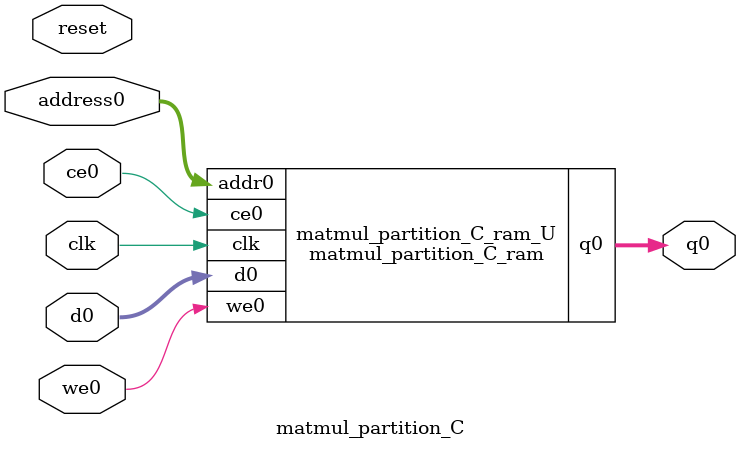
<source format=v>
`timescale 1 ns / 1 ps
module matmul_partition_C_ram (addr0, ce0, d0, we0, q0,  clk);

parameter DWIDTH = 32;
parameter AWIDTH = 12;
parameter MEM_SIZE = 4096;

input[AWIDTH-1:0] addr0;
input ce0;
input[DWIDTH-1:0] d0;
input we0;
output reg[DWIDTH-1:0] q0;
input clk;

(* ram_style = "block" *)reg [DWIDTH-1:0] ram[0:MEM_SIZE-1];




always @(posedge clk)  
begin 
    if (ce0) begin
        if (we0) 
            ram[addr0] <= d0; 
        q0 <= ram[addr0];
    end
end


endmodule

`timescale 1 ns / 1 ps
module matmul_partition_C(
    reset,
    clk,
    address0,
    ce0,
    we0,
    d0,
    q0);

parameter DataWidth = 32'd32;
parameter AddressRange = 32'd4096;
parameter AddressWidth = 32'd12;
input reset;
input clk;
input[AddressWidth - 1:0] address0;
input ce0;
input we0;
input[DataWidth - 1:0] d0;
output[DataWidth - 1:0] q0;



matmul_partition_C_ram matmul_partition_C_ram_U(
    .clk( clk ),
    .addr0( address0 ),
    .ce0( ce0 ),
    .we0( we0 ),
    .d0( d0 ),
    .q0( q0 ));

endmodule


</source>
